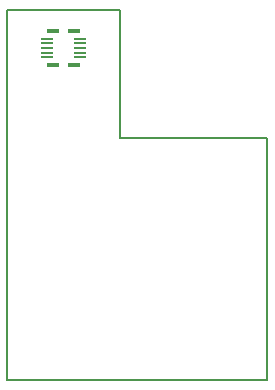
<source format=gbp>
G04 EAGLE Gerber RS-274X export*
G75*
%MOMM*%
%FSLAX34Y34*%
%LPD*%
%INSolder paste bottom*%
%IPPOS*%
%AMOC8*
5,1,8,0,0,1.08239X$1,22.5*%
G01*
%ADD10C,0.152400*%
%ADD11R,1.000000X0.240000*%
%ADD12R,1.000000X0.300000*%


D10*
X0Y30000D02*
X0Y342900D01*
X95000Y342900D01*
X95000Y234950D01*
X220000Y234950D01*
X220000Y30000D01*
X0Y30000D01*
D11*
X33500Y318900D03*
D12*
X56700Y325200D03*
D11*
X33500Y314900D03*
X33500Y310900D03*
X33500Y306900D03*
X33500Y302900D03*
X61500Y318900D03*
X61500Y314900D03*
X61500Y310900D03*
X61500Y306900D03*
X61500Y302900D03*
D12*
X56700Y296600D03*
X38300Y325200D03*
X38300Y296600D03*
M02*

</source>
